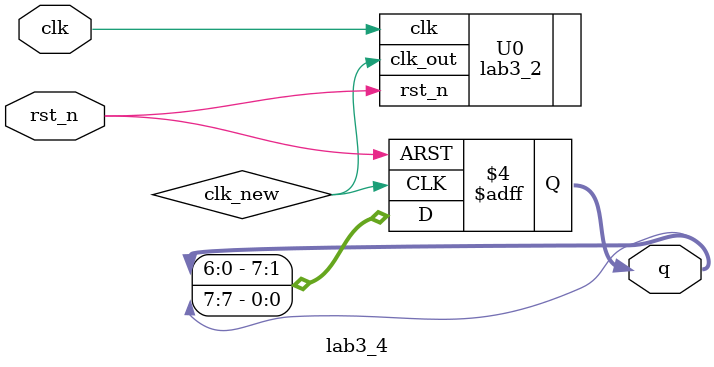
<source format=v>
`timescale 1ns / 1ps


module lab3_4(q,clk,rst_n);

output [7:0] q; // output
input clk; // global clock
input rst_n; // active low reset
reg [7:0] q; // output
integer i;
wire clk_new;

lab3_2 U0(.clk_out(clk_new),.clk(clk),.rst_n(rst_n));

// Sequential logics: Flip flops
always @(posedge clk_new or negedge rst_n)
    if (~rst_n) 
    q<=8'b01010101;
    
    else
        begin
        q[0]<=q[7];
        for(i=1;i<8;i=i+1)
        q[i]<=q[i-1];
        end
endmodule

</source>
